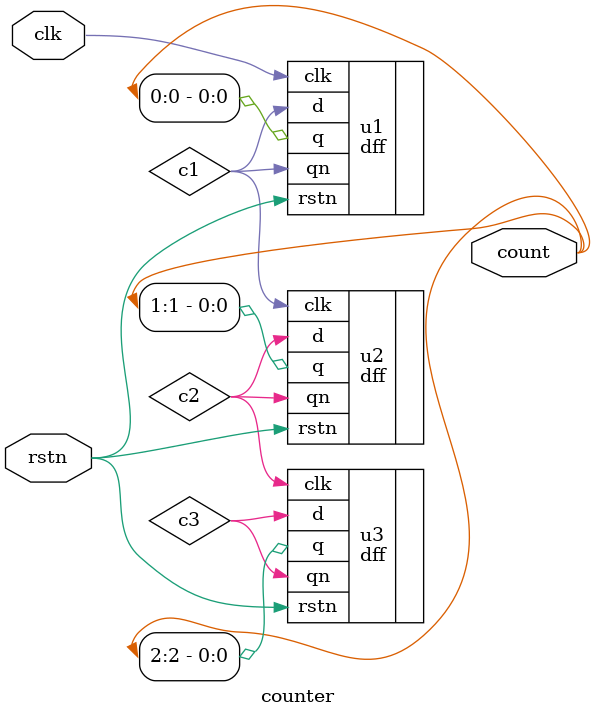
<source format=v>
`timescale 1ns/1ps

module counter(
    input clk, rstn,
    output wire [2:0] count
);

    wire c1, c2, c3;

    dff u1(.d(c1), .clk(clk), .rstn(rstn), .q(count[0]), .qn(c1));
    dff u2(.d(c2), .clk(c1), .rstn(rstn), .q(count[1]), .qn(c2));
    dff u3(.d(c3), .clk(c2), .rstn(rstn), .q(count[2]), .qn(c3));

endmodule
</source>
